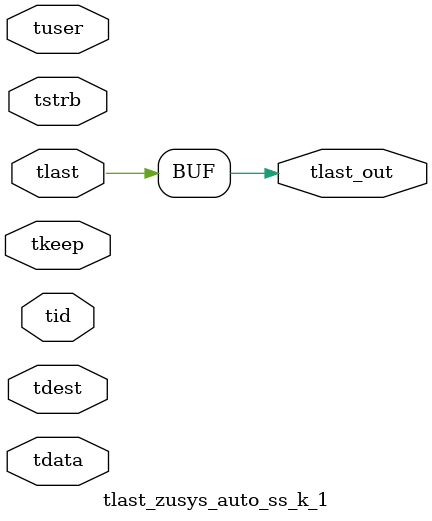
<source format=v>


`timescale 1ps/1ps

module tlast_zusys_auto_ss_k_1 #
(
parameter C_S_AXIS_TID_WIDTH   = 1,
parameter C_S_AXIS_TUSER_WIDTH = 0,
parameter C_S_AXIS_TDATA_WIDTH = 0,
parameter C_S_AXIS_TDEST_WIDTH = 0
)
(
input  [(C_S_AXIS_TID_WIDTH   == 0 ? 1 : C_S_AXIS_TID_WIDTH)-1:0       ] tid,
input  [(C_S_AXIS_TDATA_WIDTH == 0 ? 1 : C_S_AXIS_TDATA_WIDTH)-1:0     ] tdata,
input  [(C_S_AXIS_TUSER_WIDTH == 0 ? 1 : C_S_AXIS_TUSER_WIDTH)-1:0     ] tuser,
input  [(C_S_AXIS_TDEST_WIDTH == 0 ? 1 : C_S_AXIS_TDEST_WIDTH)-1:0     ] tdest,
input  [(C_S_AXIS_TDATA_WIDTH/8)-1:0 ] tkeep,
input  [(C_S_AXIS_TDATA_WIDTH/8)-1:0 ] tstrb,
input  [0:0]                                                             tlast,
output                                                                   tlast_out
);

assign tlast_out = {tlast[0]};

endmodule


</source>
